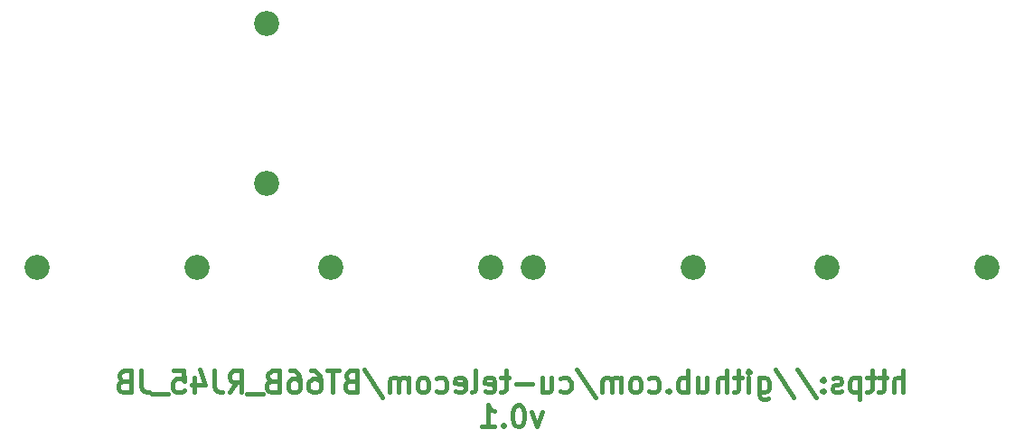
<source format=gbr>
%TF.GenerationSoftware,KiCad,Pcbnew,(6.0.11)*%
%TF.CreationDate,2024-03-01T18:21:46+00:00*%
%TF.ProjectId,BT66B_RJ45_JB,42543636-425f-4524-9a34-355f4a422e6b,rev?*%
%TF.SameCoordinates,Original*%
%TF.FileFunction,Legend,Bot*%
%TF.FilePolarity,Positive*%
%FSLAX46Y46*%
G04 Gerber Fmt 4.6, Leading zero omitted, Abs format (unit mm)*
G04 Created by KiCad (PCBNEW (6.0.11)) date 2024-03-01 18:21:46*
%MOMM*%
%LPD*%
G01*
G04 APERTURE LIST*
%ADD10C,0.400000*%
%ADD11C,2.350000*%
G04 APERTURE END LIST*
D10*
X180017281Y-115454761D02*
X180017281Y-113454761D01*
X179160138Y-115454761D02*
X179160138Y-114407142D01*
X179255376Y-114216666D01*
X179445853Y-114121428D01*
X179731567Y-114121428D01*
X179922043Y-114216666D01*
X180017281Y-114311904D01*
X178493472Y-114121428D02*
X177731567Y-114121428D01*
X178207757Y-113454761D02*
X178207757Y-115169047D01*
X178112519Y-115359523D01*
X177922043Y-115454761D01*
X177731567Y-115454761D01*
X177350615Y-114121428D02*
X176588710Y-114121428D01*
X177064900Y-113454761D02*
X177064900Y-115169047D01*
X176969662Y-115359523D01*
X176779186Y-115454761D01*
X176588710Y-115454761D01*
X175922043Y-114121428D02*
X175922043Y-116121428D01*
X175922043Y-114216666D02*
X175731567Y-114121428D01*
X175350615Y-114121428D01*
X175160138Y-114216666D01*
X175064900Y-114311904D01*
X174969662Y-114502380D01*
X174969662Y-115073809D01*
X175064900Y-115264285D01*
X175160138Y-115359523D01*
X175350615Y-115454761D01*
X175731567Y-115454761D01*
X175922043Y-115359523D01*
X174207757Y-115359523D02*
X174017281Y-115454761D01*
X173636329Y-115454761D01*
X173445853Y-115359523D01*
X173350615Y-115169047D01*
X173350615Y-115073809D01*
X173445853Y-114883333D01*
X173636329Y-114788095D01*
X173922043Y-114788095D01*
X174112519Y-114692857D01*
X174207757Y-114502380D01*
X174207757Y-114407142D01*
X174112519Y-114216666D01*
X173922043Y-114121428D01*
X173636329Y-114121428D01*
X173445853Y-114216666D01*
X172493472Y-115264285D02*
X172398234Y-115359523D01*
X172493472Y-115454761D01*
X172588710Y-115359523D01*
X172493472Y-115264285D01*
X172493472Y-115454761D01*
X172493472Y-114216666D02*
X172398234Y-114311904D01*
X172493472Y-114407142D01*
X172588710Y-114311904D01*
X172493472Y-114216666D01*
X172493472Y-114407142D01*
X170112519Y-113359523D02*
X171826805Y-115930952D01*
X168017281Y-113359523D02*
X169731567Y-115930952D01*
X166493472Y-114121428D02*
X166493472Y-115740476D01*
X166588710Y-115930952D01*
X166683948Y-116026190D01*
X166874424Y-116121428D01*
X167160138Y-116121428D01*
X167350615Y-116026190D01*
X166493472Y-115359523D02*
X166683948Y-115454761D01*
X167064900Y-115454761D01*
X167255376Y-115359523D01*
X167350615Y-115264285D01*
X167445853Y-115073809D01*
X167445853Y-114502380D01*
X167350615Y-114311904D01*
X167255376Y-114216666D01*
X167064900Y-114121428D01*
X166683948Y-114121428D01*
X166493472Y-114216666D01*
X165541091Y-115454761D02*
X165541091Y-114121428D01*
X165541091Y-113454761D02*
X165636329Y-113550000D01*
X165541091Y-113645238D01*
X165445853Y-113550000D01*
X165541091Y-113454761D01*
X165541091Y-113645238D01*
X164874424Y-114121428D02*
X164112519Y-114121428D01*
X164588710Y-113454761D02*
X164588710Y-115169047D01*
X164493472Y-115359523D01*
X164302995Y-115454761D01*
X164112519Y-115454761D01*
X163445853Y-115454761D02*
X163445853Y-113454761D01*
X162588710Y-115454761D02*
X162588710Y-114407142D01*
X162683948Y-114216666D01*
X162874424Y-114121428D01*
X163160138Y-114121428D01*
X163350615Y-114216666D01*
X163445853Y-114311904D01*
X160779186Y-114121428D02*
X160779186Y-115454761D01*
X161636329Y-114121428D02*
X161636329Y-115169047D01*
X161541091Y-115359523D01*
X161350615Y-115454761D01*
X161064900Y-115454761D01*
X160874424Y-115359523D01*
X160779186Y-115264285D01*
X159826805Y-115454761D02*
X159826805Y-113454761D01*
X159826805Y-114216666D02*
X159636329Y-114121428D01*
X159255376Y-114121428D01*
X159064900Y-114216666D01*
X158969662Y-114311904D01*
X158874424Y-114502380D01*
X158874424Y-115073809D01*
X158969662Y-115264285D01*
X159064900Y-115359523D01*
X159255376Y-115454761D01*
X159636329Y-115454761D01*
X159826805Y-115359523D01*
X158017281Y-115264285D02*
X157922043Y-115359523D01*
X158017281Y-115454761D01*
X158112519Y-115359523D01*
X158017281Y-115264285D01*
X158017281Y-115454761D01*
X156207757Y-115359523D02*
X156398234Y-115454761D01*
X156779186Y-115454761D01*
X156969662Y-115359523D01*
X157064900Y-115264285D01*
X157160138Y-115073809D01*
X157160138Y-114502380D01*
X157064900Y-114311904D01*
X156969662Y-114216666D01*
X156779186Y-114121428D01*
X156398234Y-114121428D01*
X156207757Y-114216666D01*
X155064900Y-115454761D02*
X155255376Y-115359523D01*
X155350615Y-115264285D01*
X155445853Y-115073809D01*
X155445853Y-114502380D01*
X155350615Y-114311904D01*
X155255376Y-114216666D01*
X155064900Y-114121428D01*
X154779186Y-114121428D01*
X154588710Y-114216666D01*
X154493472Y-114311904D01*
X154398234Y-114502380D01*
X154398234Y-115073809D01*
X154493472Y-115264285D01*
X154588710Y-115359523D01*
X154779186Y-115454761D01*
X155064900Y-115454761D01*
X153541091Y-115454761D02*
X153541091Y-114121428D01*
X153541091Y-114311904D02*
X153445853Y-114216666D01*
X153255376Y-114121428D01*
X152969662Y-114121428D01*
X152779186Y-114216666D01*
X152683948Y-114407142D01*
X152683948Y-115454761D01*
X152683948Y-114407142D02*
X152588710Y-114216666D01*
X152398234Y-114121428D01*
X152112519Y-114121428D01*
X151922043Y-114216666D01*
X151826805Y-114407142D01*
X151826805Y-115454761D01*
X149445853Y-113359523D02*
X151160138Y-115930952D01*
X147922043Y-115359523D02*
X148112519Y-115454761D01*
X148493472Y-115454761D01*
X148683948Y-115359523D01*
X148779186Y-115264285D01*
X148874424Y-115073809D01*
X148874424Y-114502380D01*
X148779186Y-114311904D01*
X148683948Y-114216666D01*
X148493472Y-114121428D01*
X148112519Y-114121428D01*
X147922043Y-114216666D01*
X146207757Y-114121428D02*
X146207757Y-115454761D01*
X147064900Y-114121428D02*
X147064900Y-115169047D01*
X146969662Y-115359523D01*
X146779186Y-115454761D01*
X146493472Y-115454761D01*
X146302996Y-115359523D01*
X146207757Y-115264285D01*
X145255376Y-114692857D02*
X143731567Y-114692857D01*
X143064900Y-114121428D02*
X142302996Y-114121428D01*
X142779186Y-113454761D02*
X142779186Y-115169047D01*
X142683948Y-115359523D01*
X142493472Y-115454761D01*
X142302996Y-115454761D01*
X140874424Y-115359523D02*
X141064900Y-115454761D01*
X141445853Y-115454761D01*
X141636329Y-115359523D01*
X141731567Y-115169047D01*
X141731567Y-114407142D01*
X141636329Y-114216666D01*
X141445853Y-114121428D01*
X141064900Y-114121428D01*
X140874424Y-114216666D01*
X140779186Y-114407142D01*
X140779186Y-114597619D01*
X141731567Y-114788095D01*
X139636329Y-115454761D02*
X139826805Y-115359523D01*
X139922043Y-115169047D01*
X139922043Y-113454761D01*
X138112519Y-115359523D02*
X138302996Y-115454761D01*
X138683948Y-115454761D01*
X138874424Y-115359523D01*
X138969662Y-115169047D01*
X138969662Y-114407142D01*
X138874424Y-114216666D01*
X138683948Y-114121428D01*
X138302996Y-114121428D01*
X138112519Y-114216666D01*
X138017281Y-114407142D01*
X138017281Y-114597619D01*
X138969662Y-114788095D01*
X136302996Y-115359523D02*
X136493472Y-115454761D01*
X136874424Y-115454761D01*
X137064900Y-115359523D01*
X137160138Y-115264285D01*
X137255376Y-115073809D01*
X137255376Y-114502380D01*
X137160138Y-114311904D01*
X137064900Y-114216666D01*
X136874424Y-114121428D01*
X136493472Y-114121428D01*
X136302996Y-114216666D01*
X135160138Y-115454761D02*
X135350615Y-115359523D01*
X135445853Y-115264285D01*
X135541091Y-115073809D01*
X135541091Y-114502380D01*
X135445853Y-114311904D01*
X135350615Y-114216666D01*
X135160138Y-114121428D01*
X134874424Y-114121428D01*
X134683948Y-114216666D01*
X134588710Y-114311904D01*
X134493472Y-114502380D01*
X134493472Y-115073809D01*
X134588710Y-115264285D01*
X134683948Y-115359523D01*
X134874424Y-115454761D01*
X135160138Y-115454761D01*
X133636329Y-115454761D02*
X133636329Y-114121428D01*
X133636329Y-114311904D02*
X133541091Y-114216666D01*
X133350615Y-114121428D01*
X133064900Y-114121428D01*
X132874424Y-114216666D01*
X132779186Y-114407142D01*
X132779186Y-115454761D01*
X132779186Y-114407142D02*
X132683948Y-114216666D01*
X132493472Y-114121428D01*
X132207757Y-114121428D01*
X132017281Y-114216666D01*
X131922043Y-114407142D01*
X131922043Y-115454761D01*
X129541091Y-113359523D02*
X131255376Y-115930952D01*
X128207757Y-114407142D02*
X127922043Y-114502380D01*
X127826805Y-114597619D01*
X127731567Y-114788095D01*
X127731567Y-115073809D01*
X127826805Y-115264285D01*
X127922043Y-115359523D01*
X128112519Y-115454761D01*
X128874424Y-115454761D01*
X128874424Y-113454761D01*
X128207757Y-113454761D01*
X128017281Y-113550000D01*
X127922043Y-113645238D01*
X127826805Y-113835714D01*
X127826805Y-114026190D01*
X127922043Y-114216666D01*
X128017281Y-114311904D01*
X128207757Y-114407142D01*
X128874424Y-114407142D01*
X127160138Y-113454761D02*
X126017281Y-113454761D01*
X126588710Y-115454761D02*
X126588710Y-113454761D01*
X124493472Y-113454761D02*
X124874424Y-113454761D01*
X125064900Y-113550000D01*
X125160138Y-113645238D01*
X125350615Y-113930952D01*
X125445853Y-114311904D01*
X125445853Y-115073809D01*
X125350615Y-115264285D01*
X125255376Y-115359523D01*
X125064900Y-115454761D01*
X124683948Y-115454761D01*
X124493472Y-115359523D01*
X124398234Y-115264285D01*
X124302996Y-115073809D01*
X124302996Y-114597619D01*
X124398234Y-114407142D01*
X124493472Y-114311904D01*
X124683948Y-114216666D01*
X125064900Y-114216666D01*
X125255376Y-114311904D01*
X125350615Y-114407142D01*
X125445853Y-114597619D01*
X122588710Y-113454761D02*
X122969662Y-113454761D01*
X123160138Y-113550000D01*
X123255376Y-113645238D01*
X123445853Y-113930952D01*
X123541091Y-114311904D01*
X123541091Y-115073809D01*
X123445853Y-115264285D01*
X123350615Y-115359523D01*
X123160138Y-115454761D01*
X122779186Y-115454761D01*
X122588710Y-115359523D01*
X122493472Y-115264285D01*
X122398234Y-115073809D01*
X122398234Y-114597619D01*
X122493472Y-114407142D01*
X122588710Y-114311904D01*
X122779186Y-114216666D01*
X123160138Y-114216666D01*
X123350615Y-114311904D01*
X123445853Y-114407142D01*
X123541091Y-114597619D01*
X120874424Y-114407142D02*
X120588710Y-114502380D01*
X120493472Y-114597619D01*
X120398234Y-114788095D01*
X120398234Y-115073809D01*
X120493472Y-115264285D01*
X120588710Y-115359523D01*
X120779186Y-115454761D01*
X121541091Y-115454761D01*
X121541091Y-113454761D01*
X120874424Y-113454761D01*
X120683948Y-113550000D01*
X120588710Y-113645238D01*
X120493472Y-113835714D01*
X120493472Y-114026190D01*
X120588710Y-114216666D01*
X120683948Y-114311904D01*
X120874424Y-114407142D01*
X121541091Y-114407142D01*
X120017281Y-115645238D02*
X118493472Y-115645238D01*
X116874424Y-115454761D02*
X117541091Y-114502380D01*
X118017281Y-115454761D02*
X118017281Y-113454761D01*
X117255376Y-113454761D01*
X117064900Y-113550000D01*
X116969662Y-113645238D01*
X116874424Y-113835714D01*
X116874424Y-114121428D01*
X116969662Y-114311904D01*
X117064900Y-114407142D01*
X117255376Y-114502380D01*
X118017281Y-114502380D01*
X115445853Y-113454761D02*
X115445853Y-114883333D01*
X115541091Y-115169047D01*
X115731567Y-115359523D01*
X116017281Y-115454761D01*
X116207757Y-115454761D01*
X113636329Y-114121428D02*
X113636329Y-115454761D01*
X114112519Y-113359523D02*
X114588710Y-114788095D01*
X113350615Y-114788095D01*
X111636329Y-113454761D02*
X112588710Y-113454761D01*
X112683948Y-114407142D01*
X112588710Y-114311904D01*
X112398234Y-114216666D01*
X111922043Y-114216666D01*
X111731567Y-114311904D01*
X111636329Y-114407142D01*
X111541091Y-114597619D01*
X111541091Y-115073809D01*
X111636329Y-115264285D01*
X111731567Y-115359523D01*
X111922043Y-115454761D01*
X112398234Y-115454761D01*
X112588710Y-115359523D01*
X112683948Y-115264285D01*
X111160138Y-115645238D02*
X109636329Y-115645238D01*
X108588710Y-113454761D02*
X108588710Y-114883333D01*
X108683948Y-115169047D01*
X108874424Y-115359523D01*
X109160138Y-115454761D01*
X109350615Y-115454761D01*
X106969662Y-114407142D02*
X106683948Y-114502380D01*
X106588710Y-114597619D01*
X106493472Y-114788095D01*
X106493472Y-115073809D01*
X106588710Y-115264285D01*
X106683948Y-115359523D01*
X106874424Y-115454761D01*
X107636329Y-115454761D01*
X107636329Y-113454761D01*
X106969662Y-113454761D01*
X106779186Y-113550000D01*
X106683948Y-113645238D01*
X106588710Y-113835714D01*
X106588710Y-114026190D01*
X106683948Y-114216666D01*
X106779186Y-114311904D01*
X106969662Y-114407142D01*
X107636329Y-114407142D01*
X146160138Y-117341428D02*
X145683948Y-118674761D01*
X145207757Y-117341428D01*
X144064900Y-116674761D02*
X143874424Y-116674761D01*
X143683948Y-116770000D01*
X143588710Y-116865238D01*
X143493472Y-117055714D01*
X143398234Y-117436666D01*
X143398234Y-117912857D01*
X143493472Y-118293809D01*
X143588710Y-118484285D01*
X143683948Y-118579523D01*
X143874424Y-118674761D01*
X144064900Y-118674761D01*
X144255376Y-118579523D01*
X144350615Y-118484285D01*
X144445853Y-118293809D01*
X144541091Y-117912857D01*
X144541091Y-117436666D01*
X144445853Y-117055714D01*
X144350615Y-116865238D01*
X144255376Y-116770000D01*
X144064900Y-116674761D01*
X142541091Y-118484285D02*
X142445853Y-118579523D01*
X142541091Y-118674761D01*
X142636329Y-118579523D01*
X142541091Y-118484285D01*
X142541091Y-118674761D01*
X140541091Y-118674761D02*
X141683948Y-118674761D01*
X141112519Y-118674761D02*
X141112519Y-116674761D01*
X141302996Y-116960476D01*
X141493472Y-117150952D01*
X141683948Y-117246190D01*
D11*
%TO.C,J1*%
X98860000Y-103740000D03*
X113860000Y-103740000D03*
%TD*%
%TO.C,J5*%
X120338000Y-80876000D03*
X120338000Y-95876000D03*
%TD*%
%TO.C,J3*%
X160360000Y-103740000D03*
X145360000Y-103740000D03*
%TD*%
%TO.C,J4*%
X172860000Y-103740000D03*
X187860000Y-103740000D03*
%TD*%
%TO.C,J2*%
X126360000Y-103740000D03*
X141360000Y-103740000D03*
%TD*%
M02*

</source>
